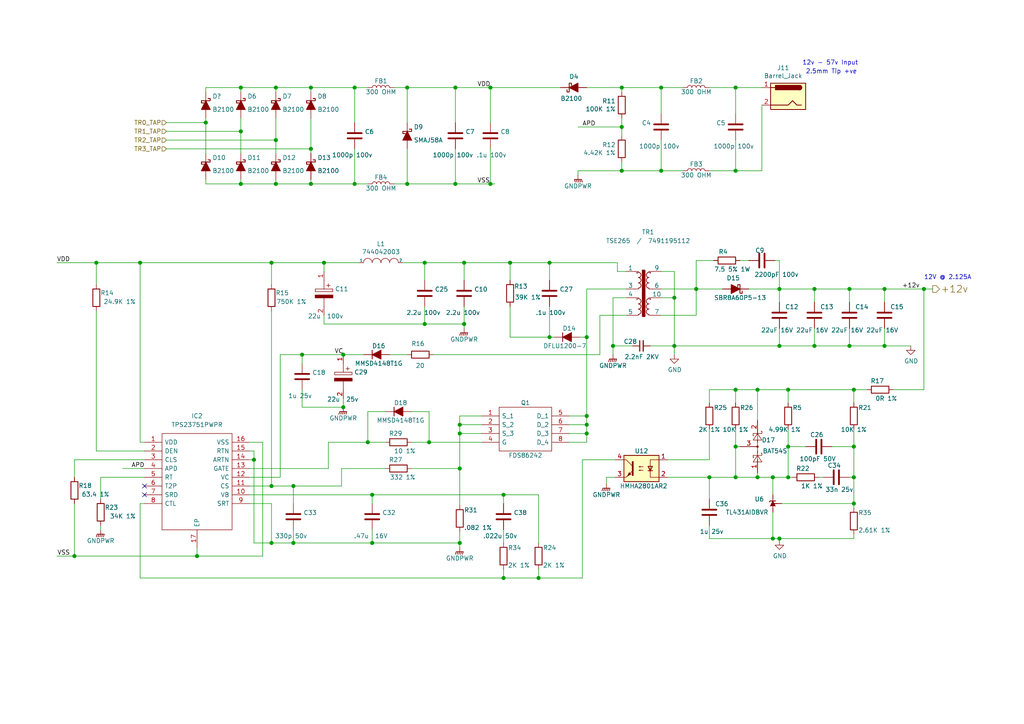
<source format=kicad_sch>
(kicad_sch (version 20210621) (generator eeschema)
  (paper "A4")
  (title_block (title "AP3500v2") (date "2021-01-19") (rev "1") (company "(c) ISis ImageStream Internet Solutions 2020") (comment 1 "www.imagestream.com"))
  (junction (at 21.59 161.29) (diameter 1.016))
  (junction (at 27.94 76.2) (diameter 1.016))
  (junction (at 40.64 76.2) (diameter 1.016))
  (junction (at 57.15 161.29) (diameter 1.016))
  (junction (at 59.69 35.56) (diameter 1.016))
  (junction (at 69.85 25.4) (diameter 1.016))
  (junction (at 69.85 38.1) (diameter 1.016))
  (junction (at 69.85 53.34) (diameter 1.016))
  (junction (at 73.66 133.35) (diameter 1.016))
  (junction (at 78.74 76.2) (diameter 1.016))
  (junction (at 78.74 140.97) (diameter 1.016))
  (junction (at 78.74 157.48) (diameter 1.016))
  (junction (at 80.01 25.4) (diameter 1.016))
  (junction (at 80.01 40.64) (diameter 1.016))
  (junction (at 80.01 53.34) (diameter 1.016))
  (junction (at 85.09 140.97) (diameter 1.016))
  (junction (at 85.09 157.48) (diameter 1.016))
  (junction (at 87.63 102.87) (diameter 1.016))
  (junction (at 90.17 25.4) (diameter 1.016))
  (junction (at 90.17 43.18) (diameter 1.016))
  (junction (at 90.17 53.34) (diameter 1.016))
  (junction (at 93.98 76.2) (diameter 1.016))
  (junction (at 99.568 102.87) (diameter 1.016))
  (junction (at 99.568 118.11) (diameter 1.016))
  (junction (at 102.87 25.4) (diameter 1.016))
  (junction (at 102.87 53.34) (diameter 1.016))
  (junction (at 106.68 128.27) (diameter 1.016))
  (junction (at 107.95 143.51) (diameter 1.016))
  (junction (at 107.95 157.48) (diameter 1.016))
  (junction (at 118.11 25.4) (diameter 1.016))
  (junction (at 118.11 53.34) (diameter 1.016))
  (junction (at 123.19 76.2) (diameter 1.016))
  (junction (at 123.19 93.98) (diameter 1.016))
  (junction (at 124.46 128.27) (diameter 1.016))
  (junction (at 132.08 25.4) (diameter 1.016))
  (junction (at 132.08 53.34) (diameter 1.016))
  (junction (at 133.35 123.19) (diameter 1.016))
  (junction (at 133.35 125.73) (diameter 1.016))
  (junction (at 133.35 135.89) (diameter 1.016))
  (junction (at 133.35 157.48) (diameter 1.016))
  (junction (at 134.62 76.2) (diameter 1.016))
  (junction (at 134.62 93.98) (diameter 1.016))
  (junction (at 142.24 25.4) (diameter 1.016))
  (junction (at 142.24 53.34) (diameter 1.016))
  (junction (at 146.05 143.51) (diameter 1.016))
  (junction (at 146.05 167.64) (diameter 1.016))
  (junction (at 147.955 76.2) (diameter 1.016))
  (junction (at 156.21 167.64) (diameter 1.016))
  (junction (at 159.385 76.2) (diameter 1.016))
  (junction (at 159.385 97.79) (diameter 1.016))
  (junction (at 170.18 97.79) (diameter 1.016))
  (junction (at 170.18 120.65) (diameter 1.016))
  (junction (at 170.18 123.19) (diameter 1.016))
  (junction (at 170.18 125.73) (diameter 1.016))
  (junction (at 177.8 100.33) (diameter 1.016))
  (junction (at 180.34 25.4) (diameter 1.016))
  (junction (at 180.34 36.83) (diameter 1.016))
  (junction (at 180.34 49.53) (diameter 1.016))
  (junction (at 191.77 25.4) (diameter 1.016))
  (junction (at 191.77 49.53) (diameter 1.016))
  (junction (at 195.58 86.36) (diameter 1.016))
  (junction (at 195.58 100.33) (diameter 1.016))
  (junction (at 201.93 83.82) (diameter 1.016))
  (junction (at 205.74 138.43) (diameter 1.016))
  (junction (at 213.36 25.4) (diameter 1.016))
  (junction (at 213.36 49.53) (diameter 1.016))
  (junction (at 213.36 113.03) (diameter 1.016))
  (junction (at 213.36 129.54) (diameter 1.016))
  (junction (at 213.36 138.43) (diameter 1.016))
  (junction (at 219.71 113.03) (diameter 1.016))
  (junction (at 219.71 138.43) (diameter 1.016))
  (junction (at 224.155 138.43) (diameter 1.016))
  (junction (at 224.155 156.21) (diameter 1.016))
  (junction (at 226.06 83.82) (diameter 1.016))
  (junction (at 226.06 100.33) (diameter 1.016))
  (junction (at 226.06 156.21) (diameter 1.016))
  (junction (at 228.6 113.03) (diameter 1.016))
  (junction (at 228.6 129.54) (diameter 1.016))
  (junction (at 228.6 138.43) (diameter 1.016))
  (junction (at 236.22 83.82) (diameter 1.016))
  (junction (at 236.22 100.33) (diameter 1.016))
  (junction (at 246.38 83.82) (diameter 1.016))
  (junction (at 246.38 100.33) (diameter 1.016))
  (junction (at 247.65 113.03) (diameter 1.016))
  (junction (at 247.65 129.54) (diameter 1.016))
  (junction (at 247.65 138.43) (diameter 1.016))
  (junction (at 247.65 146.05) (diameter 1.016))
  (junction (at 256.54 83.82) (diameter 1.016))
  (junction (at 256.54 100.33) (diameter 1.016))
  (junction (at 267.97 83.82) (diameter 1.016))
  (no_connect (at 41.91 140.97))
  (no_connect (at 41.91 143.51))
  (wire (pts (xy 16.51 76.2) (xy 27.94 76.2)))
  (wire (pts (xy 16.51 161.29) (xy 21.59 161.29)))
  (wire (pts (xy 21.59 133.35) (xy 41.91 133.35)))
  (wire (pts (xy 21.59 138.43) (xy 21.59 133.35)))
  (wire (pts (xy 21.59 146.05) (xy 21.59 161.29)))
  (wire (pts (xy 21.59 161.29) (xy 57.15 161.29)))
  (wire (pts (xy 27.94 76.2) (xy 27.94 82.55)))
  (wire (pts (xy 27.94 76.2) (xy 40.64 76.2)))
  (wire (pts (xy 27.94 90.17) (xy 27.94 130.81)))
  (wire (pts (xy 27.94 130.81) (xy 41.91 130.81)))
  (wire (pts (xy 29.21 138.43) (xy 41.91 138.43)))
  (wire (pts (xy 29.21 144.78) (xy 29.21 138.43)))
  (wire (pts (xy 29.21 152.4) (xy 29.21 153.67)))
  (wire (pts (xy 35.56 135.89) (xy 41.91 135.89)))
  (wire (pts (xy 40.64 76.2) (xy 78.74 76.2)))
  (wire (pts (xy 40.64 128.27) (xy 40.64 76.2)))
  (wire (pts (xy 40.64 167.64) (xy 40.64 146.05)))
  (wire (pts (xy 41.91 128.27) (xy 40.64 128.27)))
  (wire (pts (xy 41.91 146.05) (xy 40.64 146.05)))
  (wire (pts (xy 48.26 35.56) (xy 59.69 35.56)))
  (wire (pts (xy 48.26 38.1) (xy 69.85 38.1)))
  (wire (pts (xy 48.26 40.64) (xy 80.01 40.64)))
  (wire (pts (xy 48.26 43.18) (xy 90.17 43.18)))
  (wire (pts (xy 57.15 161.29) (xy 57.15 158.75)))
  (wire (pts (xy 59.69 25.4) (xy 69.85 25.4)))
  (wire (pts (xy 59.69 26.67) (xy 59.69 25.4)))
  (wire (pts (xy 59.69 35.56) (xy 59.69 34.29)))
  (wire (pts (xy 59.69 35.56) (xy 59.69 44.45)))
  (wire (pts (xy 59.69 52.07) (xy 59.69 53.34)))
  (wire (pts (xy 59.69 53.34) (xy 69.85 53.34)))
  (wire (pts (xy 69.85 25.4) (xy 69.85 26.67)))
  (wire (pts (xy 69.85 25.4) (xy 80.01 25.4)))
  (wire (pts (xy 69.85 34.29) (xy 69.85 38.1)))
  (wire (pts (xy 69.85 38.1) (xy 69.85 44.45)))
  (wire (pts (xy 69.85 52.07) (xy 69.85 53.34)))
  (wire (pts (xy 69.85 53.34) (xy 80.01 53.34)))
  (wire (pts (xy 72.39 128.27) (xy 76.2 128.27)))
  (wire (pts (xy 72.39 133.35) (xy 73.66 133.35)))
  (wire (pts (xy 72.39 138.43) (xy 81.28 138.43)))
  (wire (pts (xy 72.39 143.51) (xy 107.95 143.51)))
  (wire (pts (xy 72.39 146.05) (xy 78.74 146.05)))
  (wire (pts (xy 73.66 130.81) (xy 72.39 130.81)))
  (wire (pts (xy 73.66 133.35) (xy 73.66 130.81)))
  (wire (pts (xy 73.66 133.35) (xy 73.66 157.48)))
  (wire (pts (xy 73.66 157.48) (xy 78.74 157.48)))
  (wire (pts (xy 76.2 128.27) (xy 76.2 161.29)))
  (wire (pts (xy 76.2 161.29) (xy 57.15 161.29)))
  (wire (pts (xy 78.74 76.2) (xy 78.74 82.55)))
  (wire (pts (xy 78.74 76.2) (xy 93.98 76.2)))
  (wire (pts (xy 78.74 90.17) (xy 78.74 140.97)))
  (wire (pts (xy 78.74 140.97) (xy 72.39 140.97)))
  (wire (pts (xy 78.74 140.97) (xy 85.09 140.97)))
  (wire (pts (xy 78.74 146.05) (xy 78.74 157.48)))
  (wire (pts (xy 80.01 25.4) (xy 80.01 26.67)))
  (wire (pts (xy 80.01 25.4) (xy 90.17 25.4)))
  (wire (pts (xy 80.01 34.29) (xy 80.01 40.64)))
  (wire (pts (xy 80.01 40.64) (xy 80.01 44.45)))
  (wire (pts (xy 80.01 52.07) (xy 80.01 53.34)))
  (wire (pts (xy 80.01 53.34) (xy 90.17 53.34)))
  (wire (pts (xy 81.28 102.87) (xy 87.63 102.87)))
  (wire (pts (xy 81.28 138.43) (xy 81.28 102.87)))
  (wire (pts (xy 85.09 140.97) (xy 85.09 146.05)))
  (wire (pts (xy 85.09 153.67) (xy 85.09 157.48)))
  (wire (pts (xy 85.09 157.48) (xy 78.74 157.48)))
  (wire (pts (xy 85.09 157.48) (xy 107.95 157.48)))
  (wire (pts (xy 87.63 102.87) (xy 87.63 105.41)))
  (wire (pts (xy 87.63 102.87) (xy 99.568 102.87)))
  (wire (pts (xy 87.63 113.03) (xy 87.63 118.11)))
  (wire (pts (xy 87.63 118.11) (xy 99.568 118.11)))
  (wire (pts (xy 90.17 25.4) (xy 90.17 26.67)))
  (wire (pts (xy 90.17 25.4) (xy 102.87 25.4)))
  (wire (pts (xy 90.17 34.29) (xy 90.17 43.18)))
  (wire (pts (xy 90.17 43.18) (xy 90.17 44.45)))
  (wire (pts (xy 90.17 52.07) (xy 90.17 53.34)))
  (wire (pts (xy 90.17 53.34) (xy 102.87 53.34)))
  (wire (pts (xy 93.98 76.2) (xy 93.98 78.74)))
  (wire (pts (xy 93.98 76.2) (xy 104.14 76.2)))
  (wire (pts (xy 93.98 93.98) (xy 93.98 91.44)))
  (wire (pts (xy 93.98 93.98) (xy 123.19 93.98)))
  (wire (pts (xy 95.25 128.27) (xy 106.68 128.27)))
  (wire (pts (xy 95.25 135.89) (xy 72.39 135.89)))
  (wire (pts (xy 95.25 135.89) (xy 95.25 128.27)))
  (wire (pts (xy 99.06 135.89) (xy 99.06 140.97)))
  (wire (pts (xy 99.06 140.97) (xy 85.09 140.97)))
  (wire (pts (xy 99.568 102.87) (xy 105.41 102.87)))
  (wire (pts (xy 99.568 115.57) (xy 99.568 118.11)))
  (wire (pts (xy 102.87 25.4) (xy 102.87 35.56)))
  (wire (pts (xy 102.87 25.4) (xy 106.68 25.4)))
  (wire (pts (xy 102.87 43.18) (xy 102.87 53.34)))
  (wire (pts (xy 102.87 53.34) (xy 106.68 53.34)))
  (wire (pts (xy 106.68 119.38) (xy 106.68 128.27)))
  (wire (pts (xy 106.68 128.27) (xy 111.76 128.27)))
  (wire (pts (xy 107.95 143.51) (xy 107.95 146.05)))
  (wire (pts (xy 107.95 143.51) (xy 146.05 143.51)))
  (wire (pts (xy 107.95 153.67) (xy 107.95 157.48)))
  (wire (pts (xy 107.95 157.48) (xy 133.35 157.48)))
  (wire (pts (xy 111.76 119.38) (xy 106.68 119.38)))
  (wire (pts (xy 111.76 135.89) (xy 99.06 135.89)))
  (wire (pts (xy 113.03 102.87) (xy 118.11 102.87)))
  (wire (pts (xy 114.3 25.4) (xy 118.11 25.4)))
  (wire (pts (xy 116.84 76.2) (xy 123.19 76.2)))
  (wire (pts (xy 118.11 25.4) (xy 118.11 35.56)))
  (wire (pts (xy 118.11 25.4) (xy 132.08 25.4)))
  (wire (pts (xy 118.11 43.18) (xy 118.11 53.34)))
  (wire (pts (xy 118.11 53.34) (xy 114.3 53.34)))
  (wire (pts (xy 119.38 119.38) (xy 124.46 119.38)))
  (wire (pts (xy 119.38 128.27) (xy 124.46 128.27)))
  (wire (pts (xy 119.38 135.89) (xy 133.35 135.89)))
  (wire (pts (xy 123.19 76.2) (xy 123.19 81.28)))
  (wire (pts (xy 123.19 76.2) (xy 134.62 76.2)))
  (wire (pts (xy 123.19 93.98) (xy 123.19 88.9)))
  (wire (pts (xy 123.19 93.98) (xy 134.62 93.98)))
  (wire (pts (xy 124.46 119.38) (xy 124.46 128.27)))
  (wire (pts (xy 124.46 128.27) (xy 139.7 128.27)))
  (wire (pts (xy 132.08 25.4) (xy 142.24 25.4)))
  (wire (pts (xy 132.08 35.56) (xy 132.08 25.4)))
  (wire (pts (xy 132.08 43.18) (xy 132.08 53.34)))
  (wire (pts (xy 132.08 53.34) (xy 118.11 53.34)))
  (wire (pts (xy 132.08 53.34) (xy 142.24 53.34)))
  (wire (pts (xy 133.35 120.65) (xy 133.35 123.19)))
  (wire (pts (xy 133.35 120.65) (xy 139.7 120.65)))
  (wire (pts (xy 133.35 123.19) (xy 133.35 125.73)))
  (wire (pts (xy 133.35 123.19) (xy 139.7 123.19)))
  (wire (pts (xy 133.35 125.73) (xy 133.35 135.89)))
  (wire (pts (xy 133.35 125.73) (xy 139.7 125.73)))
  (wire (pts (xy 133.35 135.89) (xy 133.35 146.558)))
  (wire (pts (xy 133.35 154.178) (xy 133.35 157.48)))
  (wire (pts (xy 133.35 157.48) (xy 133.35 158.75)))
  (wire (pts (xy 134.62 76.2) (xy 147.955 76.2)))
  (wire (pts (xy 134.62 81.28) (xy 134.62 76.2)))
  (wire (pts (xy 134.62 93.98) (xy 134.62 88.9)))
  (wire (pts (xy 134.62 93.98) (xy 134.62 95.25)))
  (wire (pts (xy 142.24 25.4) (xy 142.24 35.56)))
  (wire (pts (xy 142.24 25.4) (xy 162.56 25.4)))
  (wire (pts (xy 142.24 43.18) (xy 142.24 53.34)))
  (wire (pts (xy 142.24 53.34) (xy 143.51 53.34)))
  (wire (pts (xy 146.05 146.05) (xy 146.05 143.51)))
  (wire (pts (xy 146.05 153.67) (xy 146.05 157.48)))
  (wire (pts (xy 146.05 167.64) (xy 40.64 167.64)))
  (wire (pts (xy 146.05 167.64) (xy 146.05 165.1)))
  (wire (pts (xy 147.955 76.2) (xy 147.955 81.28)))
  (wire (pts (xy 147.955 88.9) (xy 147.955 97.79)))
  (wire (pts (xy 147.955 97.79) (xy 159.385 97.79)))
  (wire (pts (xy 156.21 143.51) (xy 146.05 143.51)))
  (wire (pts (xy 156.21 157.48) (xy 156.21 143.51)))
  (wire (pts (xy 156.21 165.1) (xy 156.21 167.64)))
  (wire (pts (xy 156.21 167.64) (xy 146.05 167.64)))
  (wire (pts (xy 159.385 76.2) (xy 147.955 76.2)))
  (wire (pts (xy 159.385 81.28) (xy 159.385 76.2)))
  (wire (pts (xy 159.385 97.79) (xy 159.385 88.9)))
  (wire (pts (xy 159.385 97.79) (xy 160.655 97.79)))
  (wire (pts (xy 165.1 120.65) (xy 170.18 120.65)))
  (wire (pts (xy 165.1 123.19) (xy 170.18 123.19)))
  (wire (pts (xy 165.1 125.73) (xy 170.18 125.73)))
  (wire (pts (xy 165.1 128.27) (xy 170.18 128.27)))
  (wire (pts (xy 167.64 36.83) (xy 180.34 36.83)))
  (wire (pts (xy 167.64 49.53) (xy 167.64 50.8)))
  (wire (pts (xy 167.64 49.53) (xy 180.34 49.53)))
  (wire (pts (xy 168.91 133.35) (xy 168.91 167.64)))
  (wire (pts (xy 168.91 167.64) (xy 156.21 167.64)))
  (wire (pts (xy 170.18 83.82) (xy 170.18 97.79)))
  (wire (pts (xy 170.18 83.82) (xy 181.61 83.82)))
  (wire (pts (xy 170.18 97.79) (xy 168.275 97.79)))
  (wire (pts (xy 170.18 97.79) (xy 170.18 120.65)))
  (wire (pts (xy 170.18 120.65) (xy 170.18 123.19)))
  (wire (pts (xy 170.18 123.19) (xy 170.18 125.73)))
  (wire (pts (xy 170.18 128.27) (xy 170.18 125.73)))
  (wire (pts (xy 173.99 91.44) (xy 173.99 102.87)))
  (wire (pts (xy 173.99 91.44) (xy 181.61 91.44)))
  (wire (pts (xy 173.99 102.87) (xy 125.73 102.87)))
  (wire (pts (xy 175.895 138.43) (xy 175.895 140.335)))
  (wire (pts (xy 177.8 86.36) (xy 177.8 100.33)))
  (wire (pts (xy 177.8 86.36) (xy 181.61 86.36)))
  (wire (pts (xy 177.8 100.33) (xy 177.8 102.87)))
  (wire (pts (xy 177.8 100.33) (xy 183.515 100.33)))
  (wire (pts (xy 178.435 133.35) (xy 168.91 133.35)))
  (wire (pts (xy 178.435 138.43) (xy 175.895 138.43)))
  (wire (pts (xy 179.07 76.2) (xy 159.385 76.2)))
  (wire (pts (xy 179.07 78.74) (xy 179.07 76.2)))
  (wire (pts (xy 180.34 25.4) (xy 170.18 25.4)))
  (wire (pts (xy 180.34 25.4) (xy 180.34 26.67)))
  (wire (pts (xy 180.34 34.29) (xy 180.34 36.83)))
  (wire (pts (xy 180.34 36.83) (xy 180.34 39.37)))
  (wire (pts (xy 180.34 46.99) (xy 180.34 49.53)))
  (wire (pts (xy 180.34 49.53) (xy 191.77 49.53)))
  (wire (pts (xy 181.61 78.74) (xy 179.07 78.74)))
  (wire (pts (xy 188.595 100.33) (xy 195.58 100.33)))
  (wire (pts (xy 191.77 25.4) (xy 180.34 25.4)))
  (wire (pts (xy 191.77 25.4) (xy 191.77 33.02)))
  (wire (pts (xy 191.77 40.64) (xy 191.77 49.53)))
  (wire (pts (xy 191.77 49.53) (xy 198.12 49.53)))
  (wire (pts (xy 191.77 78.74) (xy 195.58 78.74)))
  (wire (pts (xy 191.77 83.82) (xy 201.93 83.82)))
  (wire (pts (xy 191.77 86.36) (xy 195.58 86.36)))
  (wire (pts (xy 191.77 91.44) (xy 201.93 91.44)))
  (wire (pts (xy 193.675 138.43) (xy 205.74 138.43)))
  (wire (pts (xy 195.58 78.74) (xy 195.58 86.36)))
  (wire (pts (xy 195.58 86.36) (xy 195.58 100.33)))
  (wire (pts (xy 195.58 100.33) (xy 195.58 102.87)))
  (wire (pts (xy 195.58 100.33) (xy 226.06 100.33)))
  (wire (pts (xy 198.12 25.4) (xy 191.77 25.4)))
  (wire (pts (xy 201.93 75.565) (xy 201.93 83.82)))
  (wire (pts (xy 201.93 83.82) (xy 201.93 91.44)))
  (wire (pts (xy 201.93 83.82) (xy 209.55 83.82)))
  (wire (pts (xy 205.74 113.03) (xy 205.74 116.84)))
  (wire (pts (xy 205.74 113.03) (xy 213.36 113.03)))
  (wire (pts (xy 205.74 124.46) (xy 205.74 133.35)))
  (wire (pts (xy 205.74 133.35) (xy 193.675 133.35)))
  (wire (pts (xy 205.74 138.43) (xy 205.74 144.78)))
  (wire (pts (xy 205.74 138.43) (xy 213.36 138.43)))
  (wire (pts (xy 205.74 152.4) (xy 205.74 156.21)))
  (wire (pts (xy 205.74 156.21) (xy 224.155 156.21)))
  (wire (pts (xy 207.01 75.565) (xy 201.93 75.565)))
  (wire (pts (xy 213.36 25.4) (xy 205.74 25.4)))
  (wire (pts (xy 213.36 25.4) (xy 213.36 33.02)))
  (wire (pts (xy 213.36 40.64) (xy 213.36 49.53)))
  (wire (pts (xy 213.36 49.53) (xy 205.74 49.53)))
  (wire (pts (xy 213.36 113.03) (xy 219.71 113.03)))
  (wire (pts (xy 213.36 116.84) (xy 213.36 113.03)))
  (wire (pts (xy 213.36 124.46) (xy 213.36 129.54)))
  (wire (pts (xy 213.36 129.54) (xy 213.36 138.43)))
  (wire (pts (xy 213.36 129.54) (xy 214.63 129.54)))
  (wire (pts (xy 213.36 138.43) (xy 219.71 138.43)))
  (wire (pts (xy 214.63 75.565) (xy 217.17 75.565)))
  (wire (pts (xy 217.17 83.82) (xy 226.06 83.82)))
  (wire (pts (xy 219.71 113.03) (xy 219.71 121.92)))
  (wire (pts (xy 219.71 113.03) (xy 228.6 113.03)))
  (wire (pts (xy 219.71 137.16) (xy 219.71 138.43)))
  (wire (pts (xy 219.71 138.43) (xy 224.155 138.43)))
  (wire (pts (xy 220.98 25.4) (xy 213.36 25.4)))
  (wire (pts (xy 220.98 30.48) (xy 220.98 49.53)))
  (wire (pts (xy 220.98 49.53) (xy 213.36 49.53)))
  (wire (pts (xy 224.155 138.43) (xy 224.155 143.51)))
  (wire (pts (xy 224.155 138.43) (xy 228.6 138.43)))
  (wire (pts (xy 224.155 148.59) (xy 224.155 156.21)))
  (wire (pts (xy 224.155 156.21) (xy 226.06 156.21)))
  (wire (pts (xy 224.79 75.565) (xy 226.06 75.565)))
  (wire (pts (xy 226.06 75.565) (xy 226.06 83.82)))
  (wire (pts (xy 226.06 83.82) (xy 226.06 87.63)))
  (wire (pts (xy 226.06 83.82) (xy 236.22 83.82)))
  (wire (pts (xy 226.06 95.25) (xy 226.06 100.33)))
  (wire (pts (xy 226.06 100.33) (xy 236.22 100.33)))
  (wire (pts (xy 226.06 156.21) (xy 226.06 156.845)))
  (wire (pts (xy 226.695 146.05) (xy 247.65 146.05)))
  (wire (pts (xy 228.6 113.03) (xy 228.6 116.84)))
  (wire (pts (xy 228.6 113.03) (xy 247.65 113.03)))
  (wire (pts (xy 228.6 124.46) (xy 228.6 129.54)))
  (wire (pts (xy 228.6 129.54) (xy 228.6 138.43)))
  (wire (pts (xy 229.87 138.43) (xy 228.6 138.43)))
  (wire (pts (xy 233.68 129.54) (xy 228.6 129.54)))
  (wire (pts (xy 236.22 83.82) (xy 236.22 87.63)))
  (wire (pts (xy 236.22 83.82) (xy 246.38 83.82)))
  (wire (pts (xy 236.22 95.25) (xy 236.22 100.33)))
  (wire (pts (xy 236.22 100.33) (xy 246.38 100.33)))
  (wire (pts (xy 237.49 138.43) (xy 238.76 138.43)))
  (wire (pts (xy 241.3 129.54) (xy 247.65 129.54)))
  (wire (pts (xy 246.38 83.82) (xy 246.38 87.63)))
  (wire (pts (xy 246.38 83.82) (xy 256.54 83.82)))
  (wire (pts (xy 246.38 95.25) (xy 246.38 100.33)))
  (wire (pts (xy 246.38 100.33) (xy 256.54 100.33)))
  (wire (pts (xy 246.38 138.43) (xy 247.65 138.43)))
  (wire (pts (xy 247.65 113.03) (xy 247.65 116.84)))
  (wire (pts (xy 247.65 113.03) (xy 251.46 113.03)))
  (wire (pts (xy 247.65 124.46) (xy 247.65 129.54)))
  (wire (pts (xy 247.65 129.54) (xy 247.65 138.43)))
  (wire (pts (xy 247.65 138.43) (xy 247.65 146.05)))
  (wire (pts (xy 247.65 146.05) (xy 247.65 147.32)))
  (wire (pts (xy 247.65 154.94) (xy 247.65 156.21)))
  (wire (pts (xy 247.65 156.21) (xy 226.06 156.21)))
  (wire (pts (xy 256.54 83.82) (xy 256.54 87.63)))
  (wire (pts (xy 256.54 83.82) (xy 267.97 83.82)))
  (wire (pts (xy 256.54 95.25) (xy 256.54 100.33)))
  (wire (pts (xy 256.54 100.33) (xy 264.16 100.33)))
  (wire (pts (xy 259.08 113.03) (xy 267.97 113.03)))
  (wire (pts (xy 267.97 83.82) (xy 270.51 83.82)))
  (wire (pts (xy 267.97 113.03) (xy 267.97 83.82)))
  (text "2.5mm Tip +ve" (at 233.68 21.59 0) (effects (font (size 1.27 1.27)) (justify left bottom)))
  (text "12v - 57v Input" (at 248.92 19.05 180) (effects (font (size 1.27 1.27)) (justify right bottom)))
  (text "12V @ 2.125A" (at 267.97 81.28 0) (effects (font (size 1.27 1.27)) (justify left bottom)))
  (label "VDD" (at 20.32 76.2 180))
  (label "VSS" (at 20.32 161.29 180))
  (label "APD" (at 38.1 135.89 0))
  (label "VC" (at 99.568 102.87 180))
  (label "VDD" (at 138.43 25.4 0))
  (label "VSS" (at 138.43 53.34 0))
  (label "APD" (at 172.72 36.83 180))
  (label "+12v" (at 261.62 83.82 0))
  (hierarchical_label "TR0_TAP" (shape input) (at 48.26 35.56 180))
  (hierarchical_label "TR1_TAP" (shape input) (at 48.26 38.1 180))
  (hierarchical_label "TR2_TAP" (shape input) (at 48.26 40.64 180))
  (hierarchical_label "TR3_TAP" (shape input) (at 48.26 43.18 180))
  (hierarchical_label "+12v" (shape output) (at 270.51 83.82 0) (effects (font (size 2.007 2.007))))
  (symbol (lib_id "power:GNDPWR") (at 29.21 153.67 0) (unit 1)
    (property "Reference" "#PWR0122" (effects hide))
    (property "Value" "GNDPWR" (at 29.21 156.845 0))
  )
  (symbol (lib_id "power:GNDPWR") (at 99.568 118.11 0) (unit 1)
    (property "Reference" "#PWR0116" (effects hide))
    (property "Value" "GNDPWR" (at 99.568 121.285 0))
  )
  (symbol (lib_id "power:GNDPWR") (at 133.35 158.75 0) (unit 1)
    (property "Reference" "#PWR0128" (effects hide))
    (property "Value" "GNDPWR" (at 133.35 161.925 0))
  )
  (symbol (lib_id "power:GNDPWR") (at 134.62 95.25 0) (unit 1)
    (property "Reference" "#PWR0129" (effects hide))
    (property "Value" "GNDPWR" (at 134.62 98.425 0))
  )
  (symbol (lib_id "power:GNDPWR") (at 167.64 50.8 0) (mirror y) (unit 1)
    (property "Reference" "#PWR0135" (effects hide))
    (property "Value" "GNDPWR" (at 167.64 53.975 0))
  )
  (symbol (lib_id "power:GNDPWR") (at 175.895 140.335 0) (unit 1)
    (property "Reference" "#PWR0117" (effects hide))
    (property "Value" "GNDPWR" (at 175.895 143.51 0))
  )
  (symbol (lib_id "power:GNDPWR") (at 177.8 102.87 0) (unit 1)
    (property "Reference" "#PWR0112" (effects hide))
    (property "Value" "GNDPWR" (at 177.8 106.045 0))
  )
  (symbol (lib_id "power:GND") (at 195.58 102.87 0) (unit 1)
    (property "Reference" "#PWR0115" (effects hide))
    (property "Value" "GND" (at 195.707 107.2642 0))
  )
  (symbol (lib_id "power:GND") (at 226.06 156.845 0) (unit 1)
    (property "Reference" "#PWR0121" (effects hide))
    (property "Value" "GND" (at 226.187 161.2392 0))
  )
  (symbol (lib_id "power:GND") (at 264.16 100.33 0) (unit 1)
    (property "Reference" "#PWR0124" (effects hide))
    (property "Value" "GND" (at 264.287 104.7242 0))
  )
  (symbol (lib_id "Device:L") (at 110.49 25.4 90) (unit 1)
    (property "Reference" "FB1" (at 110.49 23.495 90))
    (property "Value" "300 OHM" (at 110.49 26.67 90))
    (property "Footprint" "Inductor_SMD:L_0805_2012Metric" (effects hide))
    (property "PartsBoxID" "742792641" (effects hide))
    (property "LCSC" "C56066" (effects hide))
  )
  (symbol (lib_id "Device:L") (at 110.49 53.34 90) (unit 1)
    (property "Reference" "FB4" (at 110.49 51.435 90))
    (property "Value" "300 OHM" (at 110.49 54.61 90))
    (property "Footprint" "Inductor_SMD:L_0805_2012Metric" (effects hide))
    (property "PartsBoxID" "742792641" (effects hide))
    (property "LCSC" "C56066" (effects hide))
  )
  (symbol (lib_id "Device:L") (at 201.93 25.4 270) (mirror x) (unit 1)
    (property "Reference" "FB2" (at 201.93 23.495 90))
    (property "Value" "300 OHM" (at 201.93 26.67 90))
    (property "Footprint" "Inductor_SMD:L_0805_2012Metric" (effects hide))
    (property "PartsBoxID" "742792641" (effects hide))
    (property "LCSC" "C56066" (effects hide))
  )
  (symbol (lib_id "Device:L") (at 201.93 49.53 270) (mirror x) (unit 1)
    (property "Reference" "FB3" (at 201.93 47.625 90))
    (property "Value" "300 OHM" (at 201.93 50.8 90))
    (property "Footprint" "Inductor_SMD:L_0805_2012Metric" (effects hide))
    (property "PartsBoxID" "742792641" (effects hide))
    (property "LCSC" "C56066" (effects hide))
  )
  (symbol (lib_id "Device:R") (at 21.59 142.24 0) (mirror y) (unit 1)
    (property "Reference" "R18" (at 26.67 140.843 0) (effects (justify left)))
    (property "Value" "63.4 1%" (at 31.75 143.383 0) (effects (justify left)))
    (property "Footprint" "Resistor_SMD:R_0603_1608Metric" (effects hide))
    (property "Part Description" "Resistor 63.4 0402 1% 100mW" (effects hide))
    (property "LCSC" "C23223" (effects hide))
  )
  (symbol (lib_id "Device:R") (at 27.94 86.36 0) (mirror y) (unit 1)
    (property "Reference" "R14" (at 33.02 84.963 0) (effects (justify left)))
    (property "Value" "24.9K 1%" (at 39.37 87.503 0) (effects (justify left)))
    (property "Footprint" "Resistor_SMD:R_0603_1608Metric" (effects hide))
    (property "Part Description" "Resistor 24.9K 0603 .1% 63mW" (effects hide))
    (property "LCSC" "C25962" (effects hide))
  )
  (symbol (lib_id "Device:R") (at 29.21 148.59 0) (mirror y) (unit 1)
    (property "Reference" "R23" (at 34.29 147.193 0) (effects (justify left)))
    (property "Value" "34K 1%" (at 39.37 149.733 0) (effects (justify left)))
    (property "Footprint" "Resistor_SMD:R_0603_1608Metric" (effects hide))
    (property "Field6" "CRCW040248K7FKED" (effects hide))
    (property "Part Description" "Resistor 34K 0402 1% 63mW" (effects hide))
    (property "LCSC" "C23008" (effects hide))
  )
  (symbol (lib_id "Device:R") (at 78.74 86.36 0) (mirror y) (unit 1)
    (property "Reference" "R15" (at 83.82 84.963 0) (effects (justify left)))
    (property "Value" "750K 1%" (at 88.9 87.503 0) (effects (justify left)))
    (property "Footprint" "Resistor_SMD:R_0603_1608Metric" (effects hide))
    (property "Part Description" "Resistor 750K 0402 1% 63mW" (effects hide))
    (property "LCSC" "C23240" (effects hide))
  )
  (symbol (lib_id "Device:R") (at 115.57 128.27 90) (mirror x) (unit 1)
    (property "Reference" "R29" (at 116.713 125.73 90) (effects (justify left)))
    (property "Value" "10 1%" (at 120.523 130.81 90) (effects (justify left)))
    (property "Footprint" "Resistor_SMD:R_0603_1608Metric" (effects hide))
    (property "Part Description" "Resistor 43.2 0402 1% 63mW" (effects hide))
    (property "LCSC" "C22859" (effects hide))
  )
  (symbol (lib_id "Device:R") (at 115.57 135.89 90) (mirror x) (unit 1)
    (property "Reference" "R27" (at 116.713 133.35 90) (effects (justify left)))
    (property "Value" "332 1%" (at 120.523 138.43 90) (effects (justify left)))
    (property "Footprint" "Resistor_SMD:R_0603_1608Metric" (effects hide))
    (property "Part Description" "Resistor 332 0402 1% 63mW" (effects hide))
    (property "LCSC" "C23007" (effects hide))
  )
  (symbol (lib_id "Device:R") (at 121.92 102.87 90) (unit 1)
    (property "Reference" "R16" (at 123.19 99.695 90) (effects (justify left)))
    (property "Value" "20" (at 123.19 106.045 90) (effects (justify left)))
    (property "Footprint" "Resistor_SMD:R_0805_2012Metric" (effects hide))
    (property "PartsBoxID" "CRCW080520R0JNEA" (effects hide))
    (property "MPN" "-" (effects hide))
    (property "SPR" "-" (effects hide))
    (property "SPN" "-" (effects hide))
    (property "SPURL" "-" (effects hide))
    (property "LCSC" "C17544" (effects hide))
  )
  (symbol (lib_id "Device:R") (at 133.35 150.368 0) (mirror x) (unit 1)
    (property "Reference" "R31" (at 134.62 147.955 0) (effects (justify left)))
    (property "Value" ".082 1%" (at 134.62 153.035 0) (effects (justify left)))
    (property "Footprint" "Resistor_SMD:R_1206_3216Metric" (effects hide))
    (property "LCSC" "C247543 " (effects hide))
  )
  (symbol (lib_id "Device:R") (at 146.05 161.29 0) (mirror x) (unit 1)
    (property "Reference" "R34" (at 147.32 158.877 0) (effects (justify left)))
    (property "Value" "2K 1%" (at 147.32 163.957 0) (effects (justify left)))
    (property "Footprint" "Resistor_SMD:R_0603_1608Metric" (effects hide))
    (property "LCSC" "C22975 " (effects hide))
  )
  (symbol (lib_id "Device:R") (at 147.955 85.09 0) (mirror y) (unit 1)
    (property "Reference" "R13" (at 153.035 83.058 0) (effects (justify left)))
    (property "Value" "39K 1%" (at 156.845 86.233 0) (effects (justify left)))
    (property "Footprint" "Resistor_SMD:R_0805_2012Metric" (effects hide))
    (property "Part Description" "Resistor 39K 0805 1% 250mW" (effects hide))
    (property "LCSC" "C25826" (effects hide))
  )
  (symbol (lib_id "Device:R") (at 156.21 161.29 0) (mirror x) (unit 1)
    (property "Reference" "R24" (at 157.48 158.877 0) (effects (justify left)))
    (property "Value" "2K 1%" (at 157.48 163.957 0) (effects (justify left)))
    (property "Footprint" "Resistor_SMD:R_0603_1608Metric" (effects hide))
    (property "LCSC" "C22975 " (effects hide))
  )
  (symbol (lib_id "Device:R") (at 180.34 30.48 0) (mirror y) (unit 1)
    (property "Reference" "R11" (at 178.562 29.3116 0) (effects (justify left)))
    (property "Value" "100K 1%" (at 178.562 31.623 0) (effects (justify left)))
    (property "Footprint" "Resistor_SMD:R_0603_1608Metric" (effects hide))
    (property "Part Description" "Resistor 100K 0402 1% 63mW" (effects hide))
    (property "LCSC" "C25803" (effects hide))
  )
  (symbol (lib_id "Device:R") (at 180.34 43.18 0) (mirror y) (unit 1)
    (property "Reference" "R12" (at 178.562 42.0116 0) (effects (justify left)))
    (property "Value" "4.42K 1%" (at 178.562 44.323 0) (effects (justify left)))
    (property "Footprint" "Resistor_SMD:R_0603_1608Metric" (effects hide))
    (property "LCSC" "C23043" (effects hide))
  )
  (symbol (lib_id "Device:R") (at 205.74 120.65 0) (mirror x) (unit 1)
    (property "Reference" "R25" (at 207.01 118.237 0) (effects (justify left)))
    (property "Value" "2K 1%" (at 202.565 124.587 0) (effects (justify left)))
    (property "Footprint" "Resistor_SMD:R_0603_1608Metric" (effects hide))
    (property "LCSC" "C22975 " (effects hide))
  )
  (symbol (lib_id "Device:R") (at 210.82 75.565 270) (mirror x) (unit 1)
    (property "Reference" "R4" (at 208.407 73.025 90) (effects (justify left)))
    (property "Value" "7.5 5% 1W" (at 207.137 78.105 90) (effects (justify left)))
    (property "Footprint" "Resistor_SMD:R_2512_6332Metric" (effects hide))
    (property "Part Description" "Resistor 7.5 2512 5% 1W" (effects hide))
    (property "LCSC" "C35217" (effects hide))
  )
  (symbol (lib_id "Device:R") (at 213.36 120.65 0) (mirror x) (unit 1)
    (property "Reference" "R26" (at 214.63 118.237 0) (effects (justify left)))
    (property "Value" "10K 1%" (at 209.55 124.587 0) (effects (justify left)))
    (property "Footprint" "Resistor_SMD:R_0603_1608Metric" (effects hide))
    (property "Part Description" "Resistor 10K 0402 1% 63mW" (effects hide))
    (property "LCSC" "C25804" (effects hide))
  )
  (symbol (lib_id "Device:R") (at 228.6 120.65 0) (mirror x) (unit 1)
    (property "Reference" "R5" (at 229.87 118.237 0) (effects (justify left)))
    (property "Value" "4.99K 1%" (at 222.885 124.587 0) (effects (justify left)))
    (property "Footprint" "Resistor_SMD:R_0603_1608Metric" (effects hide))
    (property "LCSC" "C23046" (effects hide))
  )
  (symbol (lib_id "Device:R") (at 233.68 138.43 90) (mirror x) (unit 1)
    (property "Reference" "R22" (at 234.823 135.89 90) (effects (justify left)))
    (property "Value" "1K 1%" (at 238.633 140.97 90) (effects (justify left)))
    (property "Footprint" "Resistor_SMD:R_0603_1608Metric" (effects hide))
    (property "LCSC" "C21190" (effects hide))
  )
  (symbol (lib_id "Device:R") (at 247.65 120.65 0) (mirror x) (unit 1)
    (property "Reference" "R21" (at 248.92 118.237 0) (effects (justify left)))
    (property "Value" "10K 1%" (at 243.84 124.587 0) (effects (justify left)))
    (property "Footprint" "Resistor_SMD:R_0603_1608Metric" (effects hide))
    (property "Part Description" "Resistor 10K 0402 1% 63mW" (effects hide))
    (property "LCSC" "C25804" (effects hide))
  )
  (symbol (lib_id "Device:R") (at 247.65 151.13 0) (mirror x) (unit 1)
    (property "Reference" "R35" (at 248.92 148.717 0) (effects (justify left)))
    (property "Value" "2.61K 1%" (at 248.92 153.797 0) (effects (justify left)))
    (property "Footprint" "Resistor_SMD:R_0603_1608Metric" (effects hide))
    (property "LCSC" "C22942" (effects hide))
  )
  (symbol (lib_id "Device:R") (at 255.27 113.03 90) (mirror x) (unit 1)
    (property "Reference" "R17" (at 256.413 110.49 90) (effects (justify left)))
    (property "Value" "0R 1%" (at 260.223 115.57 90) (effects (justify left)))
    (property "Footprint" "Resistor_SMD:R_0603_1608Metric" (effects hide))
    (property "Part Description" "Resistor 49.9 0402 1% 63mW" (effects hide))
    (property "LCSC" "C21189" (effects hide))
  )
  (symbol (lib_id "Device:C_Small") (at 186.055 100.33 90) (unit 1)
    (property "Reference" "C28" (at 184.785 99.06 90) (effects (justify left)))
    (property "Value" "2.2nF 2KV" (at 191.135 103.505 90) (effects (justify left)))
    (property "Footprint" "Capacitor_SMD:C_1210_3225Metric" (effects hide))
    (property "PartsBoxID" "1210-2.2nF-X7R-2KV" (effects hide))
    (property "MPN" "-" (effects hide))
    (property "SPR" "-" (effects hide))
    (property "SPN" "-" (effects hide))
    (property "SPURL" "-" (effects hide))
    (property "LCSC" "C173219" (effects hide))
  )
  (symbol (lib_id "pspice:INDUCTOR") (at 110.49 76.2 0) (unit 1)
    (property "Reference" "L1" (at 110.49 70.739 0))
    (property "Value" "744042003" (at 110.49 73.0504 0))
    (property "Footprint" "Scott:WE-TPC_4818_482892-744042003" (effects hide))
    (property "PartsBoxID" "744042003" (effects hide))
  )
  (symbol (lib_id "Device:D_Schottky_ALT") (at 59.69 30.48 270) (unit 1)
    (property "Reference" "D?" (at 61.595 27.94 90) (effects (justify left)))
    (property "Value" "B2100" (at 61.595 31.75 90) (effects (justify left)))
    (property "Footprint" "Diode_SMD:D_SMA" (effects hide))
    (property "Datasheet" "https://www.mouser.com/datasheet/2/115/B270AE-B280AE-B290AE-B2100AE-B270BE-B280BE-B290BE--1142497.pdf" (effects hide))
    (property "PartsBoxID" "B2100AE-13" (effects hide))
    (property "LCSC" "C526416" (effects hide))
  )
  (symbol (lib_id "Device:D_Schottky_ALT") (at 59.69 48.26 270) (unit 1)
    (property "Reference" "D10" (at 61.595 45.72 90) (effects (justify left)))
    (property "Value" "B2100" (at 61.595 49.53 90) (effects (justify left)))
    (property "Footprint" "Diode_SMD:D_SMA" (effects hide))
    (property "Datasheet" "https://www.mouser.com/datasheet/2/115/B270AE-B280AE-B290AE-B2100AE-B270BE-B280BE-B290BE--1142497.pdf" (effects hide))
    (property "PartsBoxID" "B2100AE-13" (effects hide))
    (property "LCSC" "C526416" (effects hide))
  )
  (symbol (lib_id "Device:D_Schottky_ALT") (at 69.85 30.48 270) (unit 1)
    (property "Reference" "D6" (at 71.755 27.94 90) (effects (justify left)))
    (property "Value" "B2100" (at 71.755 31.75 90) (effects (justify left)))
    (property "Footprint" "Diode_SMD:D_SMA" (effects hide))
    (property "Datasheet" "https://www.mouser.com/datasheet/2/115/B270AE-B280AE-B290AE-B2100AE-B270BE-B280BE-B290BE--1142497.pdf" (effects hide))
    (property "PartsBoxID" "B2100AE-13" (effects hide))
    (property "LCSC" "C526416" (effects hide))
  )
  (symbol (lib_id "Device:D_Schottky_ALT") (at 69.85 48.26 270) (unit 1)
    (property "Reference" "D11" (at 71.755 45.72 90) (effects (justify left)))
    (property "Value" "B2100" (at 71.755 49.53 90) (effects (justify left)))
    (property "Footprint" "Diode_SMD:D_SMA" (effects hide))
    (property "Datasheet" "https://www.mouser.com/datasheet/2/115/B270AE-B280AE-B290AE-B2100AE-B270BE-B280BE-B290BE--1142497.pdf" (effects hide))
    (property "PartsBoxID" "B2100AE-13" (effects hide))
    (property "LCSC" "C526416" (effects hide))
  )
  (symbol (lib_id "Device:D_Schottky_ALT") (at 80.01 30.48 270) (unit 1)
    (property "Reference" "D7" (at 81.915 27.94 90) (effects (justify left)))
    (property "Value" "B2100" (at 81.915 31.75 90) (effects (justify left)))
    (property "Footprint" "Diode_SMD:D_SMA" (effects hide))
    (property "Datasheet" "https://www.mouser.com/datasheet/2/115/B270AE-B280AE-B290AE-B2100AE-B270BE-B280BE-B290BE--1142497.pdf" (effects hide))
    (property "PartsBoxID" "B2100AE-13" (effects hide))
    (property "LCSC" "C526416" (effects hide))
  )
  (symbol (lib_id "Device:D_Schottky_ALT") (at 80.01 48.26 270) (unit 1)
    (property "Reference" "D12" (at 81.915 45.72 90) (effects (justify left)))
    (property "Value" "B2100" (at 81.915 49.53 90) (effects (justify left)))
    (property "Footprint" "Diode_SMD:D_SMA" (effects hide))
    (property "Datasheet" "https://www.mouser.com/datasheet/2/115/B270AE-B280AE-B290AE-B2100AE-B270BE-B280BE-B290BE--1142497.pdf" (effects hide))
    (property "PartsBoxID" "B2100AE-13" (effects hide))
    (property "LCSC" "C526416" (effects hide))
  )
  (symbol (lib_id "Device:D_Schottky_ALT") (at 90.17 30.48 270) (unit 1)
    (property "Reference" "D8" (at 92.075 27.94 90) (effects (justify left)))
    (property "Value" "B2100" (at 92.075 31.75 90) (effects (justify left)))
    (property "Footprint" "Diode_SMD:D_SMA" (effects hide))
    (property "Datasheet" "https://www.mouser.com/datasheet/2/115/B270AE-B280AE-B290AE-B2100AE-B270BE-B280BE-B290BE--1142497.pdf" (effects hide))
    (property "PartsBoxID" "B2100AE-13" (effects hide))
    (property "LCSC" "C526416" (effects hide))
  )
  (symbol (lib_id "Device:D_Schottky_ALT") (at 90.17 48.26 270) (unit 1)
    (property "Reference" "D13" (at 92.075 45.72 90) (effects (justify left)))
    (property "Value" "B2100" (at 92.075 49.53 90) (effects (justify left)))
    (property "Footprint" "Diode_SMD:D_SMA" (effects hide))
    (property "Datasheet" "https://www.mouser.com/datasheet/2/115/B270AE-B280AE-B290AE-B2100AE-B270BE-B280BE-B290BE--1142497.pdf" (effects hide))
    (property "PartsBoxID" "B2100AE-13" (effects hide))
    (property "LCSC" "C526416" (effects hide))
  )
  (symbol (lib_id "Device:D_ALT") (at 109.22 102.87 0) (unit 1)
    (property "Reference" "D16" (at 109.855 100.33 0))
    (property "Value" "MMSD4148T1G" (at 109.855 105.41 0))
    (property "Footprint" "Diode_SMD:D_SOD-123" (effects hide))
    (property "PartsBoxID" "MMSD4148T1G" (effects hide))
    (property "LCSC" "C132796" (effects hide))
  )
  (symbol (lib_id "Device:D_ALT") (at 115.57 119.38 0) (unit 1)
    (property "Reference" "D18" (at 116.205 116.84 0))
    (property "Value" "MMSD4148T1G" (at 116.205 121.92 0))
    (property "Footprint" "Diode_SMD:D_SOD-123" (effects hide))
    (property "PartsBoxID" "MMSD4148T1G" (effects hide))
    (property "LCSC" "C132796" (effects hide))
  )
  (symbol (lib_id "Device:D_Schottky_ALT") (at 118.11 39.37 270) (unit 1)
    (property "Reference" "D9" (at 120.015 36.83 90) (effects (justify left)))
    (property "Value" "SMAJ58A" (at 120.015 40.64 90) (effects (justify left)))
    (property "Footprint" "Diode_SMD:D_SMA" (effects hide))
    (property "Datasheet" "https://componentsearchengine.com/Datasheets/2/SMAJ58A.pdf" (effects hide))
    (property "PartsBoxID" "SMAJ58A" (effects hide))
    (property "Height" "2.29" (effects hide))
    (property "Manufacturer_Name" "LITTELFUSE" (effects hide))
    (property "Manufacturer_Part_Number" "SMAJ58A" (effects hide))
    (property "Arrow Part Number" "SMAJ58A" (effects hide))
    (property "Arrow Price/Stock" "https://www.arrow.com/en/products/smaj58a/littelfuse" (effects hide))
    (property "Mouser Part Number" "576-SMAJ58A" (effects hide))
    (property "Mouser Price/Stock" "https://www.mouser.co.uk/ProductDetail/Littelfuse/SMAJ58A?qs=2VFNtWizgiepPOMiS0Encw%3D%3D" (effects hide))
    (property "LCSC" "C115922" (effects hide))
  )
  (symbol (lib_id "Device:D_ALT") (at 164.465 97.79 0) (unit 1)
    (property "Reference" "D14" (at 165.1 95.25 0))
    (property "Value" "DFLU1200-7" (at 163.83 100.33 0))
    (property "Footprint" "Diode_SMD:D_PowerDI-123" (effects hide))
    (property "PartsBoxID" "DFLU1200-7" (effects hide))
  )
  (symbol (lib_id "Device:D_Schottky_ALT") (at 166.37 25.4 0) (mirror x) (unit 1)
    (property "Reference" "D4" (at 165.1 22.225 0) (effects (justify left)))
    (property "Value" "B2100" (at 162.56 28.575 0) (effects (justify left)))
    (property "Footprint" "Diode_SMD:D_SMA" (effects hide))
    (property "Datasheet" "https://www.mouser.com/datasheet/2/115/B270AE-B280AE-B290AE-B2100AE-B270BE-B280BE-B290BE--1142497.pdf" (effects hide))
    (property "PartsBoxID" "B2100AE-13" (effects hide))
    (property "LCSC" "C526416" (effects hide))
  )
  (symbol (lib_id "Device:D_Schottky_ALT") (at 213.36 83.82 180) (unit 1)
    (property "Reference" "D15" (at 214.63 80.645 0) (effects (justify left)))
    (property "Value" "SBR8A60P5-13" (at 222.25 86.36 0) (effects (justify left)))
    (property "Footprint" "Diode_SMD:D_PowerDI-5" (effects hide))
    (property "PartsBoxID" "SBR8A60P5-13" (effects hide))
  )
  (symbol (lib_id "Reference_Voltage:TL431DBV") (at 224.155 146.05 270) (mirror x) (unit 1)
    (property "Reference" "U6" (at 221.615 144.78 90) (effects (justify right)))
    (property "Value" "TL431AIDBVR" (at 222.885 148.59 90) (effects (justify right)))
    (property "Footprint" "Package_TO_SOT_SMD:SOT-23-5" (effects hide))
    (property "Datasheet" "http://www.ti.com/lit/ds/symlink/tl431.pdf" (effects hide))
    (property "PartsBoxID" "TL431AIDBVR" (effects hide))
    (property "LCSC" "C144392" (effects hide))
  )
  (symbol (lib_id "Device:C") (at 85.09 149.86 0) (unit 1)
    (property "Reference" "C33" (at 88.011 148.6916 0) (effects (justify left)))
    (property "Value" "330p 50v" (at 79.756 155.448 0) (effects (justify left)))
    (property "Footprint" "Capacitor_SMD:C_0603_1608Metric" (effects hide))
    (property "Part Description" "330pF 10% or 20% 50V Ceramic Capacitor C0G 0603" (effects hide))
    (property "LCSC" "C1664" (effects hide))
  )
  (symbol (lib_id "Device:C") (at 87.63 109.22 0) (unit 1)
    (property "Reference" "C18" (at 90.551 108.0516 0) (effects (justify left)))
    (property "Value" "1u 25v" (at 83.566 114.808 0) (effects (justify left)))
    (property "Footprint" "Capacitor_SMD:C_0805_2012Metric" (effects hide))
    (property "Part Description" "C2012X5R1E105K" (effects hide))
    (property "LCSC" "C89190" (effects hide))
  )
  (symbol (lib_id "Device:C") (at 102.87 39.37 0) (unit 1)
    (property "Reference" "C6" (at 105.791 38.2016 0) (effects (justify left)))
    (property "Value" "1000p 100v" (at 96.266 44.958 0) (effects (justify left)))
    (property "Footprint" "Capacitor_SMD:C_0805_2012Metric" (effects hide))
    (property "Field4" "Digikey" (effects hide))
    (property "Field6" "CL21B102KCANNNC" (effects hide))
    (property "Field7" "Samsung Electro-Mechanics" (effects hide))
    (property "Part Description" "1000pF 10% or 20% 100V Ceramic Capacitor X7R 0805" (effects hide))
    (property "LCSC" "C15177" (effects hide))
  )
  (symbol (lib_id "Device:C") (at 107.95 149.86 0) (unit 1)
    (property "Reference" "C32" (at 110.871 148.6916 0) (effects (justify left)))
    (property "Value" ".47u  16V" (at 102.616 155.448 0) (effects (justify left)))
    (property "Footprint" "Capacitor_SMD:C_0603_1608Metric" (effects hide))
    (property "Part Description" ".47uF 10% or 20% 16V Ceramic Capacitor X7R 0603" (effects hide))
    (property "LCSC" "C1623" (effects hide))
  )
  (symbol (lib_id "Device:C") (at 123.19 85.09 0) (unit 1)
    (property "Reference" "C25" (at 126.111 83.9216 0) (effects (justify left)))
    (property "Value" "2.2u 100v" (at 117.856 90.678 0) (effects (justify left)))
    (property "Footprint" "Capacitor_SMD:C_1210_3225Metric" (effects hide))
    (property "LCSC" "C55151" (effects hide))
  )
  (symbol (lib_id "Device:C") (at 132.08 39.37 0) (unit 1)
    (property "Reference" "C7" (at 135.001 38.2016 0) (effects (justify left)))
    (property "Value" "1000p 100v" (at 125.476 44.958 0) (effects (justify left)))
    (property "Footprint" "Capacitor_SMD:C_0805_2012Metric" (effects hide))
    (property "Field4" "Digikey" (effects hide))
    (property "Field6" "CL21B102KCANNNC" (effects hide))
    (property "Field7" "Samsung Electro-Mechanics" (effects hide))
    (property "Part Description" "1000pF 10% or 20% 100V Ceramic Capacitor X7R 0805" (effects hide))
    (property "LCSC" "C15177" (effects hide))
  )
  (symbol (lib_id "Device:C") (at 134.62 85.09 0) (unit 1)
    (property "Reference" "C10" (at 137.541 83.9216 0) (effects (justify left)))
    (property "Value" "2.2u 100v" (at 129.286 90.678 0) (effects (justify left)))
    (property "Footprint" "Capacitor_SMD:C_1210_3225Metric" (effects hide))
    (property "LCSC" "C55151" (effects hide))
  )
  (symbol (lib_id "Device:C") (at 142.24 39.37 0) (unit 1)
    (property "Reference" "C8" (at 145.161 38.2016 0) (effects (justify left)))
    (property "Value" ".1u 100v" (at 138.176 44.958 0) (effects (justify left)))
    (property "Footprint" "Capacitor_SMD:C_0603_1608Metric" (effects hide))
    (property "Part Description" ".1uF 10% or 20% 100V Ceramic Capacitor X7R 0603" (effects hide))
    (property "LCSC" "C15725" (effects hide))
  )
  (symbol (lib_id "Device:C") (at 146.05 149.86 0) (unit 1)
    (property "Reference" "C38" (at 148.971 148.6916 0) (effects (justify left)))
    (property "Value" ".022u 50v" (at 140.081 155.448 0) (effects (justify left)))
    (property "Footprint" "Capacitor_SMD:C_0603_1608Metric" (effects hide))
    (property "Part Description" ".022uF 10% or 20% 50V Ceramic Capacitor X7R 0603" (effects hide))
    (property "LCSC" "C21122" (effects hide))
  )
  (symbol (lib_id "Device:C") (at 159.385 85.09 0) (unit 1)
    (property "Reference" "C27" (at 162.306 83.9216 0) (effects (justify left)))
    (property "Value" ".1u 100v" (at 155.321 90.678 0) (effects (justify left)))
    (property "Footprint" "Capacitor_SMD:C_0603_1608Metric" (effects hide))
    (property "Part Description" ".1uF 10% or 20% 100V Ceramic Capacitor X7R 0603" (effects hide))
    (property "LCSC" "C15725" (effects hide))
  )
  (symbol (lib_id "Device:C") (at 191.77 36.83 0) (mirror y) (unit 1)
    (property "Reference" "C4" (at 188.849 35.6616 0) (effects (justify left)))
    (property "Value" "1000p 100v" (at 197.104 42.418 0) (effects (justify left)))
    (property "Footprint" "Capacitor_SMD:C_0805_2012Metric" (effects hide))
    (property "Field4" "Digikey" (effects hide))
    (property "Field6" "CL21B102KCANNNC" (effects hide))
    (property "Field7" "Samsung Electro-Mechanics" (effects hide))
    (property "Part Description" "1000pF 10% or 20% 100V Ceramic Capacitor X7R 0805" (effects hide))
    (property "LCSC" "C15177" (effects hide))
  )
  (symbol (lib_id "Device:C") (at 205.74 148.59 0) (unit 1)
    (property "Reference" "C36" (at 207.391 146.1516 0) (effects (justify left)))
    (property "Value" "1u 25v" (at 202.946 154.178 0) (effects (justify left)))
    (property "Footprint" "Capacitor_SMD:C_0805_2012Metric" (effects hide))
    (property "LCSC" "C89190" (effects hide))
  )
  (symbol (lib_id "Device:C") (at 213.36 36.83 0) (mirror y) (unit 1)
    (property "Reference" "C5" (at 210.439 35.6616 0) (effects (justify left)))
    (property "Value" "1000p 100v" (at 218.694 42.418 0) (effects (justify left)))
    (property "Footprint" "Capacitor_SMD:C_0805_2012Metric" (effects hide))
    (property "Field4" "Digikey" (effects hide))
    (property "Field6" "CL21B102KCANNNC" (effects hide))
    (property "Field7" "Samsung Electro-Mechanics" (effects hide))
    (property "Part Description" "1000pF 10% or 20% 100V Ceramic Capacitor X7R 0805" (effects hide))
    (property "LCSC" "C15177" (effects hide))
  )
  (symbol (lib_id "Device:C") (at 220.98 75.565 90) (unit 1)
    (property "Reference" "C9" (at 221.7166 72.644 90) (effects (justify left)))
    (property "Value" "2200pF 100v" (at 231.648 79.629 90) (effects (justify left)))
    (property "Footprint" "Capacitor_SMD:C_0603_1608Metric" (effects hide))
    (property "Part Description" "0603-2200pF-X7R-100V" (effects hide))
    (property "LCSC" "C22423" (effects hide))
  )
  (symbol (lib_id "Device:C") (at 226.06 91.44 0) (unit 1)
    (property "Reference" "C12" (at 227.711 89.0016 0) (effects (justify left)))
    (property "Value" "22uF 16V" (at 220.726 95.758 0) (effects (justify left)))
    (property "Footprint" "Capacitor_SMD:C_1206_3216Metric" (effects hide))
    (property "Field4" "Mouser" (effects hide))
    (property "Part Description" "GCM32ER71C226KE19L" (effects hide))
    (property "LCSC" "C90146" (effects hide))
  )
  (symbol (lib_id "Device:C") (at 236.22 91.44 0) (unit 1)
    (property "Reference" "C13" (at 237.871 89.0016 0) (effects (justify left)))
    (property "Value" "22uF 16V" (at 230.886 95.758 0) (effects (justify left)))
    (property "Footprint" "Capacitor_SMD:C_1206_3216Metric" (effects hide))
    (property "Field4" "Mouser" (effects hide))
    (property "Part Description" "GCM32ER71C226KE19L" (effects hide))
    (property "LCSC" "C90146" (effects hide))
  )
  (symbol (lib_id "Device:C") (at 237.49 129.54 90) (mirror x) (unit 1)
    (property "Reference" "C26" (at 238.8616 126.111 90) (effects (justify left)))
    (property "Value" "100pF 50V" (at 242.443 133.096 90) (effects (justify left)))
    (property "Footprint" "Capacitor_SMD:C_0603_1608Metric" (effects hide))
    (property "LCSC" "C14858" (effects hide))
  )
  (symbol (lib_id "Device:C") (at 242.57 138.43 90) (mirror x) (unit 1)
    (property "Reference" "C34" (at 243.9416 135.001 90) (effects (justify left)))
    (property "Value" "33n 25v" (at 247.523 141.986 90) (effects (justify left)))
    (property "Footprint" "Capacitor_SMD:C_0603_1608Metric" (effects hide))
    (property "LCSC" "C21117" (effects hide))
  )
  (symbol (lib_id "Device:C") (at 246.38 91.44 0) (unit 1)
    (property "Reference" "C14" (at 248.031 89.0016 0) (effects (justify left)))
    (property "Value" "22uF 16V" (at 241.046 95.758 0) (effects (justify left)))
    (property "Footprint" "Capacitor_SMD:C_1206_3216Metric" (effects hide))
    (property "Field4" "Mouser" (effects hide))
    (property "Part Description" "GCM32ER71C226KE19L" (effects hide))
    (property "LCSC" "C90146" (effects hide))
  )
  (symbol (lib_id "Device:C") (at 256.54 91.44 0) (unit 1)
    (property "Reference" "C15" (at 258.191 89.0016 0) (effects (justify left)))
    (property "Value" "22uF 16V" (at 251.206 95.758 0) (effects (justify left)))
    (property "Footprint" "Capacitor_SMD:C_1206_3216Metric" (effects hide))
    (property "Field4" "Mouser" (effects hide))
    (property "Part Description" "GCM32ER71C226KE19L" (effects hide))
    (property "LCSC" "C90146" (effects hide))
  )
  (symbol (lib_id "AP3500-rescue:EEEFK2A330P-EEEFK2A330P") (at 93.98 78.74 270) (unit 1)
    (property "Reference" "C11" (at 97.155 83.82 90) (effects (justify left)))
    (property "Value" "22u  100v" (at 89.281 91.694 90) (effects (justify left)))
    (property "Footprint" "Capacitor_SMD:CP_Elec_8x10.5" (effects hide))
    (property "PartsBoxID" "AEC-SMD-8mm-22uF-100VDC-20%" (effects hide))
    (property "Manufacturer_Name" "Panasonic" (effects hide))
    (property "LCSC" "C249491" (effects hide))
  )
  (symbol (lib_id "AP3500-rescue:EEEFK2A330P-EEEFK2A330P") (at 99.568 102.87 270) (unit 1)
    (property "Reference" "C29" (at 102.743 107.95 90) (effects (justify left)))
    (property "Value" "22u  25v" (at 94.869 115.824 90) (effects (justify left)))
    (property "Footprint" "Capacitor_SMD:CP_Elec_5x5.4" (effects hide))
    (property "PartsBoxID" "EEEFK1E220R" (effects hide))
    (property "Manufacturer_Name" "Panasonic" (effects hide))
    (property "LCSC" "C239255" (effects hide))
  )
  (symbol (lib_id "Connector:Barrel_Jack") (at 228.6 27.94 0) (mirror y) (unit 1)
    (property "Reference" "J11" (at 227.1522 19.685 0))
    (property "Value" "Barrel_Jack" (at 227.1522 21.9964 0))
    (property "Footprint" "Connector_BarrelJack:BarrelJack_Horizontal" (effects hide))
    (property "PartsBoxID" "BJ-2.5MM" (effects hide))
  )
  (symbol (lib_id "Diode:BAT54S") (at 219.71 129.54 270) (mirror x) (unit 1)
    (property "Reference" "D17" (at 222.885 127.635 90))
    (property "Value" "BAT54S" (at 224.79 130.81 90))
    (property "Footprint" "Package_TO_SOT_SMD:SOT-23" (effects hide))
    (property "Datasheet" "https://www.diodes.com/assets/Datasheets/ds11005.pdf" (effects hide))
    (property "PartsBoxID" "BAT54SW-7-F" (effects hide))
    (property "LCSC" "C47546" (effects hide))
  )
  (symbol (lib_id "Isolator:TCMT1107") (at 186.055 135.89 0) (mirror y) (unit 1)
    (property "Reference" "U12" (at 186.055 130.81 0))
    (property "Value" "HMHA2801AR2" (at 186.69 140.97 0))
    (property "Footprint" "Package_SO:SOP-4_4.4x2.6mm_P1.27mm" (effects hide))
    (property "Datasheet" "https://datasheet.lcsc.com/szlcsc/1811061119_ON-Semiconductor-HMHA2801AR2_C258257.pdf" (effects hide))
    (property "PartsBoxID" "HMHA2801AR2" (effects hide))
    (property "LCSC" "C258257" (effects hide))
  )
  (symbol (lib_id "Scott:Transformer_TNK_TSE265") (at 186.69 86.36 0) (unit 1)
    (property "Reference" "TR1" (at 187.96 67.31 0))
    (property "Value" "TSE265  /  7491195112" (at 187.96 69.85 0))
    (property "Footprint" "Scott:Transformer_EP13" (effects hide))
    (property "PartsBoxID" "7491195112" (effects hide))
  )
  (symbol (lib_id "BSC190N15NS3GATMA1:BSC190N15NS3GATMA1") (at 139.7 120.65 0) (unit 1)
    (property "Reference" "Q1" (at 152.4 116.84 0))
    (property "Value" "FDS86242" (at 152.4 132.08 0))
    (property "Footprint" "Package_SO:SO-8_3.9x4.9mm_P1.27mm" (effects hide))
    (property "PartsBoxID" "FDS86242" (effects hide))
    (property "LCSC" "C57665" (effects hide))
  )
  (symbol (lib_id "AP3500:TPS23751PWPR") (at 41.91 128.27 0) (unit 1)
    (property "Reference" "IC2" (at 57.15 120.65 0))
    (property "Value" "TPS23751PWPR" (at 57.15 123.19 0))
    (property "Footprint" "Scott:HTSSOP-16-1EP_4.4x5mm_P0.65mm_EP3.4x5mm_Mask2.46x2.31mm_ThermalVias" (effects hide))
    (property "Datasheet" "http://www.ti.com/lit/gpn/TPS23751" (effects hide))
    (property "Description" "IEEE 802.3at PoE Interface With Flyback DC-DC Controller" (effects hide))
    (property "Height" "1.2" (effects hide))
    (property "Manufacturer_Name" "Texas Instruments" (effects hide))
    (property "Manufacturer_Part_Number" "TPS23751PWPR" (effects hide))
    (property "Arrow Part Number" "TPS23751PWPR" (effects hide))
    (property "Arrow Price/Stock" "https://www.arrow.com/en/products/tps23751pwpr/texas-instruments" (effects hide))
    (property "Mouser Part Number" "595-TPS23751PWPR" (effects hide))
    (property "Mouser Price/Stock" "https://www.mouser.co.uk/ProductDetail/Texas-Instruments/TPS23751PWPR?qs=4whTb%2F0XQMhC5fpQN%2F16Ag%3D%3D" (effects hide))
    (property "PartsBoxID" "TPS23751PWPR" (effects hide))
  )
)
</source>
